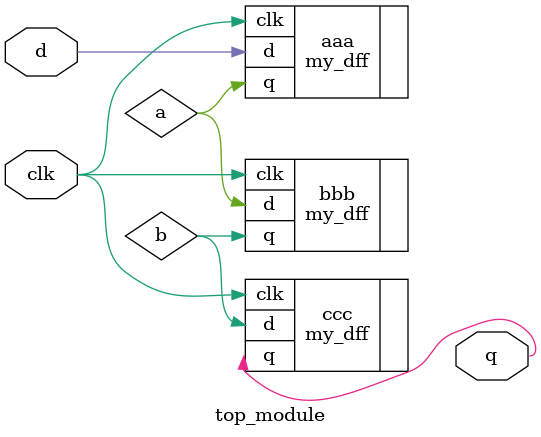
<source format=v>
module top_module ( input clk, input d, output q );
    wire a,b;
    my_dff aaa (.clk(clk), .d(d), .q(a));
    my_dff bbb (.clk(clk), .d(a), .q(b));
    my_dff ccc (.clk(clk), .d(b), .q(q));
endmodule

</source>
